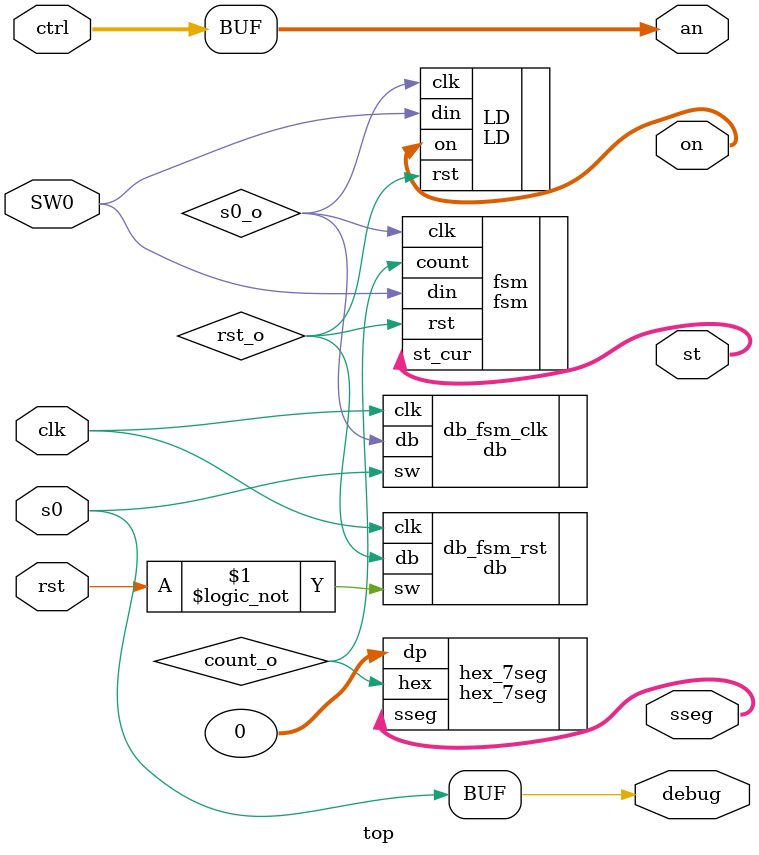
<source format=v>
module top( // top module of the FSM sequence detector
    input clk,  // clock of sysytem
    input s0,   // signal press
    input rst,  // signal:restart
    input SW0,  // signal:din
    input  [3:0] ctrl, // control signal for anode
    output [7:0] on,   // output of reg
    output [7:0] sseg, // output reflects on the led
    output wire [3:0] an,
    output wire [2:0] st,
    output wire debug
    );
    
    assign an = ctrl;
    wire s0_o;
    wire rst_o;
    wire count_o;
    
    db db_fsm_clk(
    .clk(clk),
    .sw(s0),
    .db(s0_o)
    );
    
    db db_fsm_rst(
    .clk(clk),
    .sw(!rst),
    .db(rst_o)
    );
    
    LD LD(
    .clk(s0_o),
    .rst(rst_o),
    .din(SW0),
    .on(on)
    );
    
    fsm fsm(
    .clk(s0_o),
    .rst(rst_o),
    .din(SW0),
    .count(count_o),
    .st_cur(st)
    );
    
    hex_7seg hex_7seg(
    .hex(count_o),
    .dp(0),
    .sseg(sseg)
    );
    
    assign debug = s0;
endmodule
    
    


</source>
